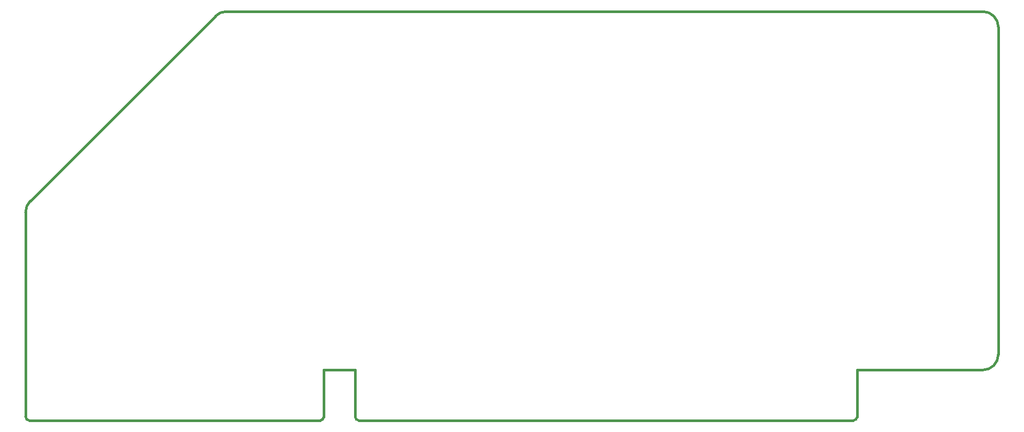
<source format=gm1>
%TF.GenerationSoftware,KiCad,Pcbnew,9.0.0*%
%TF.CreationDate,2025-03-15T00:30:20+03:00*%
%TF.ProjectId,GD542x,47443534-3278-42e6-9b69-6361645f7063,rev?*%
%TF.SameCoordinates,Original*%
%TF.FileFunction,Profile,NP*%
%FSLAX46Y46*%
G04 Gerber Fmt 4.6, Leading zero omitted, Abs format (unit mm)*
G04 Created by KiCad (PCBNEW 9.0.0) date 2025-03-15 00:30:20*
%MOMM*%
%LPD*%
G01*
G04 APERTURE LIST*
%TA.AperFunction,Profile*%
%ADD10C,0.381000*%
%TD*%
G04 APERTURE END LIST*
D10*
X127025900Y-106123740D02*
X127025900Y-113670080D01*
X231165900Y-103585080D02*
G75*
G02*
X228625900Y-106125100I-2540000J-20D01*
G01*
X228625900Y-48000000D02*
G75*
G02*
X231165900Y-50548795I-4400J-2544400D01*
G01*
X231165900Y-103585080D02*
X231165900Y-50548795D01*
X228625900Y-106125080D02*
X208305900Y-106125080D01*
X127025900Y-106123740D02*
X121953520Y-106123740D01*
X106213838Y-48000000D02*
X228625900Y-48000000D01*
X121953520Y-106123740D02*
X121953520Y-113668740D01*
X208305900Y-106125080D02*
X208305900Y-113670080D01*
X127660900Y-114305080D02*
G75*
G02*
X127025920Y-113670080I0J634980D01*
G01*
X74310740Y-114305080D02*
X121318520Y-114303740D01*
X127660900Y-114305080D02*
X207670900Y-114305080D01*
X208305900Y-113670080D02*
G75*
G02*
X207670900Y-114305100I-635000J-20D01*
G01*
X121953520Y-113668740D02*
G75*
G02*
X121318520Y-114303720I-635020J40D01*
G01*
X74310240Y-114305080D02*
G75*
G02*
X73675220Y-113670080I-40J634980D01*
G01*
X73675740Y-80548795D02*
X73675740Y-113670080D01*
X74428788Y-78729791D02*
X104417838Y-48753409D01*
X104417838Y-48753409D02*
G75*
G02*
X106213838Y-47999997I1807462J-1791291D01*
G01*
X73675740Y-80548795D02*
G75*
G02*
X74428813Y-78729816I2558360J6195D01*
G01*
M02*

</source>
